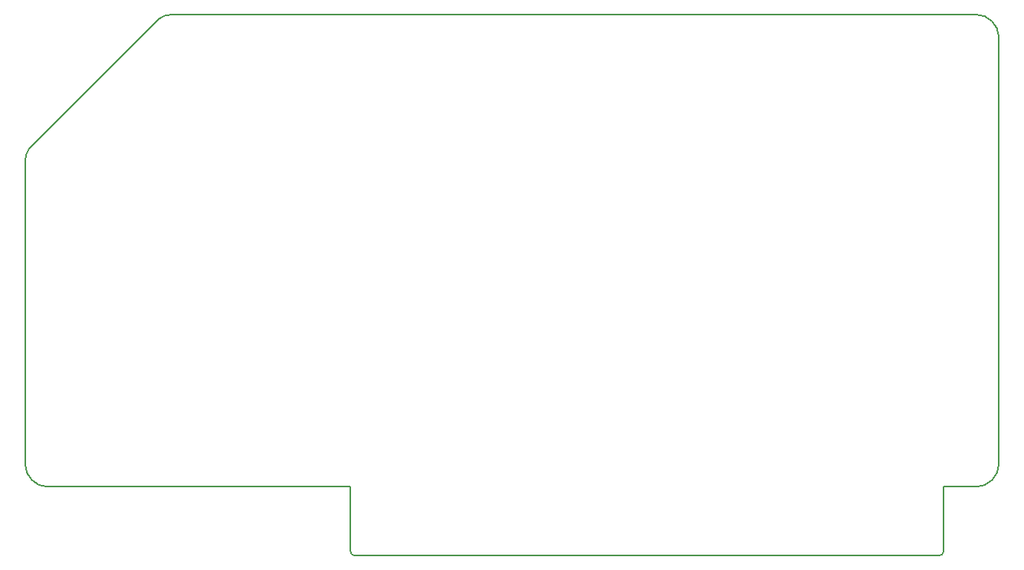
<source format=gm1>
G04 #@! TF.GenerationSoftware,KiCad,Pcbnew,(5.1.2-1)-1*
G04 #@! TF.CreationDate,2019-07-29T21:02:17-04:00*
G04 #@! TF.ProjectId,Mouserial,4d6f7573-6572-4696-916c-2e6b69636164,rev?*
G04 #@! TF.SameCoordinates,Original*
G04 #@! TF.FileFunction,Profile,NP*
%FSLAX46Y46*%
G04 Gerber Fmt 4.6, Leading zero omitted, Abs format (unit mm)*
G04 Created by KiCad (PCBNEW (5.1.2-1)-1) date 2019-07-29 21:02:17*
%MOMM*%
%LPD*%
G04 APERTURE LIST*
%ADD10C,0.150000*%
G04 APERTURE END LIST*
D10*
X52705000Y-80391000D02*
G75*
G02X54229000Y-79883000I1524000J-2032000D01*
G01*
X38481001Y-94614999D02*
G75*
G03X37973000Y-96139000I2031999J-1524001D01*
G01*
X52705000Y-80391000D02*
X38481000Y-94615000D01*
X143002000Y-79883000D02*
G75*
G02X145542000Y-82423000I0J-2540000D01*
G01*
X145542000Y-129540000D02*
G75*
G02X143002000Y-132080000I-2540000J0D01*
G01*
X139446000Y-132080000D02*
X139446000Y-139192000D01*
X143002000Y-132080000D02*
X139446000Y-132080000D01*
X40513000Y-132080000D02*
G75*
G02X37973000Y-129540000I0J2540000D01*
G01*
X37973000Y-129540000D02*
X37973000Y-96139000D01*
X73914000Y-132080000D02*
X73914000Y-139192000D01*
X139446000Y-139192000D02*
G75*
G02X138938000Y-139700000I-508000J0D01*
G01*
X74422000Y-139700000D02*
G75*
G02X73914000Y-139192000I0J508000D01*
G01*
X143002000Y-79883000D02*
X54229000Y-79883000D01*
X145542000Y-129540000D02*
X145542000Y-82423000D01*
X40513000Y-132080000D02*
X73914000Y-132080000D01*
X138938000Y-139700000D02*
X74422000Y-139700000D01*
M02*

</source>
